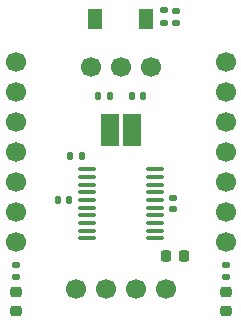
<source format=gbr>
%TF.GenerationSoftware,KiCad,Pcbnew,9.0.5*%
%TF.CreationDate,2025-12-03T12:23:34+01:00*%
%TF.ProjectId,stm32f030f4p6-board,73746d33-3266-4303-9330-663470362d62,rev?*%
%TF.SameCoordinates,Original*%
%TF.FileFunction,Soldermask,Top*%
%TF.FilePolarity,Negative*%
%FSLAX46Y46*%
G04 Gerber Fmt 4.6, Leading zero omitted, Abs format (unit mm)*
G04 Created by KiCad (PCBNEW 9.0.5) date 2025-12-03 12:23:34*
%MOMM*%
%LPD*%
G01*
G04 APERTURE LIST*
G04 Aperture macros list*
%AMRoundRect*
0 Rectangle with rounded corners*
0 $1 Rounding radius*
0 $2 $3 $4 $5 $6 $7 $8 $9 X,Y pos of 4 corners*
0 Add a 4 corners polygon primitive as box body*
4,1,4,$2,$3,$4,$5,$6,$7,$8,$9,$2,$3,0*
0 Add four circle primitives for the rounded corners*
1,1,$1+$1,$2,$3*
1,1,$1+$1,$4,$5*
1,1,$1+$1,$6,$7*
1,1,$1+$1,$8,$9*
0 Add four rect primitives between the rounded corners*
20,1,$1+$1,$2,$3,$4,$5,0*
20,1,$1+$1,$4,$5,$6,$7,0*
20,1,$1+$1,$6,$7,$8,$9,0*
20,1,$1+$1,$8,$9,$2,$3,0*%
G04 Aperture macros list end*
%ADD10RoundRect,0.135000X-0.185000X0.135000X-0.185000X-0.135000X0.185000X-0.135000X0.185000X0.135000X0*%
%ADD11RoundRect,0.100000X-0.637500X-0.100000X0.637500X-0.100000X0.637500X0.100000X-0.637500X0.100000X0*%
%ADD12RoundRect,0.140000X0.140000X0.170000X-0.140000X0.170000X-0.140000X-0.170000X0.140000X-0.170000X0*%
%ADD13RoundRect,0.140000X-0.140000X-0.170000X0.140000X-0.170000X0.140000X0.170000X-0.140000X0.170000X0*%
%ADD14RoundRect,0.140000X0.170000X-0.140000X0.170000X0.140000X-0.170000X0.140000X-0.170000X-0.140000X0*%
%ADD15RoundRect,0.140000X-0.170000X0.140000X-0.170000X-0.140000X0.170000X-0.140000X0.170000X0.140000X0*%
%ADD16R,1.300000X1.700000*%
%ADD17C,1.700000*%
%ADD18RoundRect,0.218750X0.256250X-0.218750X0.256250X0.218750X-0.256250X0.218750X-0.256250X-0.218750X0*%
%ADD19R,1.500000X2.700000*%
%ADD20RoundRect,0.135000X-0.135000X-0.185000X0.135000X-0.185000X0.135000X0.185000X-0.135000X0.185000X0*%
%ADD21RoundRect,0.225000X-0.225000X-0.250000X0.225000X-0.250000X0.225000X0.250000X-0.225000X0.250000X0*%
G04 APERTURE END LIST*
D10*
%TO.C,R3*%
X100514000Y-52644000D03*
X100514000Y-53664000D03*
%TD*%
D11*
%TO.C,U1*%
X94027500Y-66081000D03*
X94027500Y-66731000D03*
X94027500Y-67381000D03*
X94027500Y-68031000D03*
X94027500Y-68681000D03*
X94027500Y-69331000D03*
X94027500Y-69981000D03*
X94027500Y-70631000D03*
X94027500Y-71281000D03*
X94027500Y-71931000D03*
X99752500Y-71931000D03*
X99752500Y-71281000D03*
X99752500Y-70631000D03*
X99752500Y-69981000D03*
X99752500Y-69331000D03*
X99752500Y-68681000D03*
X99752500Y-68031000D03*
X99752500Y-67381000D03*
X99752500Y-66731000D03*
X99752500Y-66081000D03*
%TD*%
D12*
%TO.C,C4*%
X92499000Y-68681000D03*
X91539000Y-68681000D03*
%TD*%
%TO.C,C2*%
X98800000Y-59900000D03*
X97840000Y-59900000D03*
%TD*%
D13*
%TO.C,C1*%
X94980000Y-59900000D03*
X95940000Y-59900000D03*
%TD*%
D14*
%TO.C,C6*%
X101582000Y-53664000D03*
X101582000Y-52704000D03*
%TD*%
D15*
%TO.C,C3*%
X101298000Y-68526000D03*
X101298000Y-69486000D03*
%TD*%
D16*
%TO.C,SW1*%
X94731000Y-53393000D03*
X99049000Y-53393000D03*
%TD*%
D17*
%TO.C,J2*%
X99430000Y-57429000D03*
X96890000Y-57429000D03*
X94350000Y-57429000D03*
%TD*%
D10*
%TO.C,R4*%
X88000000Y-74222000D03*
X88000000Y-75242000D03*
%TD*%
D17*
%TO.C,J1*%
X100700000Y-76252000D03*
X98160000Y-76252000D03*
X95620000Y-76252000D03*
X93080000Y-76252000D03*
%TD*%
D10*
%TO.C,R5*%
X105776000Y-74222000D03*
X105776000Y-75242000D03*
%TD*%
D18*
%TO.C,D2*%
X105780000Y-78098000D03*
X105780000Y-76523000D03*
%TD*%
D19*
%TO.C,Y1*%
X97840000Y-62798000D03*
X95940000Y-62798000D03*
%TD*%
D20*
%TO.C,R1*%
X92560000Y-65007000D03*
X93580000Y-65007000D03*
%TD*%
D21*
%TO.C,C5*%
X100700000Y-73452000D03*
X102250000Y-73452000D03*
%TD*%
D18*
%TO.C,D1*%
X88000000Y-78098000D03*
X88000000Y-76523000D03*
%TD*%
D17*
%TO.C,J3*%
X105780000Y-57000000D03*
X105780000Y-59540000D03*
X105780000Y-62080000D03*
X105780000Y-64620000D03*
X105780000Y-67160000D03*
X105780000Y-69700000D03*
X105780000Y-72240000D03*
%TD*%
%TO.C,J5*%
X88000000Y-57000000D03*
X88000000Y-59540000D03*
X88000000Y-62080000D03*
X88000000Y-64620000D03*
X88000000Y-67160000D03*
X88000000Y-69700000D03*
X88000000Y-72240000D03*
%TD*%
M02*

</source>
